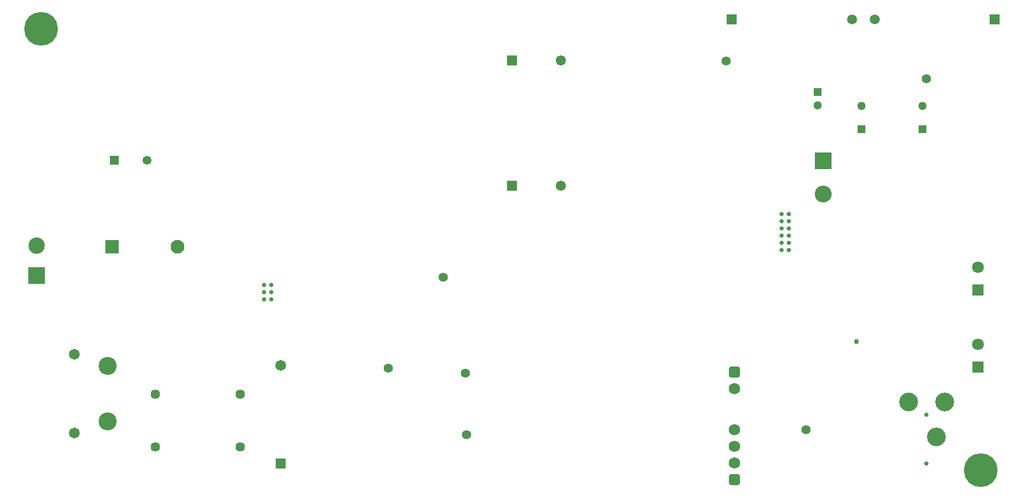
<source format=gbs>
G04*
G04 #@! TF.GenerationSoftware,Altium Limited,Altium Designer,25.5.2 (35)*
G04*
G04 Layer_Color=16711935*
%FSLAX44Y44*%
%MOMM*%
G71*
G04*
G04 #@! TF.SameCoordinates,5C3ED261-42B6-482D-99A8-9BAFA3442630*
G04*
G04*
G04 #@! TF.FilePolarity,Negative*
G04*
G01*
G75*
%ADD145C,0.7500*%
%ADD146C,1.3000*%
%ADD147R,1.3000X1.3000*%
%ADD148C,2.8540*%
%ADD149C,1.3000*%
%ADD150R,1.5500X1.5500*%
%ADD151C,1.7500*%
%ADD152C,1.5150*%
%ADD153R,2.5800X2.5800*%
G04:AMPARAMS|DCode=154|XSize=1.75mm|YSize=1.75mm|CornerRadius=0.475mm|HoleSize=0mm|Usage=FLASHONLY|Rotation=90.000|XOffset=0mm|YOffset=0mm|HoleType=Round|Shape=RoundedRectangle|*
%AMROUNDEDRECTD154*
21,1,1.7500,0.8000,0,0,90.0*
21,1,0.8000,1.7500,0,0,90.0*
1,1,0.9500,0.4000,0.4000*
1,1,0.9500,0.4000,-0.4000*
1,1,0.9500,-0.4000,-0.4000*
1,1,0.9500,-0.4000,0.4000*
%
%ADD154ROUNDEDRECTD154*%
%ADD155C,2.5800*%
%ADD156C,1.3500*%
%ADD157C,1.4500*%
%ADD158R,1.6500X1.6500*%
%ADD159R,1.5150X1.5150*%
%ADD160R,1.3500X1.3500*%
%ADD161R,1.3000X1.3000*%
%ADD162C,1.5500*%
%ADD163C,1.6500*%
%ADD164C,2.7450*%
%ADD165R,2.1000X2.1000*%
%ADD166C,2.1000*%
%ADD167C,2.5000*%
%ADD168R,2.5000X2.5000*%
%ADD169C,0.6500*%
%ADD170R,1.8000X1.8000*%
%ADD171C,1.8000*%
%ADD172C,5.1500*%
%ADD173C,1.4200*%
D145*
X1541780Y494030D02*
D03*
D146*
X1642110Y853160D02*
D03*
X1549400D02*
D03*
D147*
X1642110Y818160D02*
D03*
X1549400D02*
D03*
D148*
X1663460Y348340D02*
D03*
X1620960Y401340D02*
D03*
X1675960D02*
D03*
D149*
X1482090Y854710D02*
D03*
D150*
X1015330Y923290D02*
D03*
Y731520D02*
D03*
D151*
X1355090Y359410D02*
D03*
Y421640D02*
D03*
Y334010D02*
D03*
Y308610D02*
D03*
D152*
X1534380Y985520D02*
D03*
X1569500D02*
D03*
D153*
X1490980Y769620D02*
D03*
D154*
X1355090Y283210D02*
D03*
Y447040D02*
D03*
D155*
X1490980Y718820D02*
D03*
D156*
X458470Y770890D02*
D03*
D157*
X601170Y333200D02*
D03*
X471170D02*
D03*
Y413200D02*
D03*
X601170D02*
D03*
D158*
X662940Y307200D02*
D03*
D159*
X1351280Y985520D02*
D03*
X1752600D02*
D03*
D160*
X408470Y770890D02*
D03*
D161*
X1482090Y874710D02*
D03*
D162*
X1090330Y923290D02*
D03*
Y731520D02*
D03*
D163*
X662940Y457200D02*
D03*
X347980Y474330D02*
D03*
Y354330D02*
D03*
D164*
X398780Y371830D02*
D03*
Y456830D02*
D03*
D165*
X405460Y638810D02*
D03*
D166*
X505460D02*
D03*
D167*
X290270Y640080D02*
D03*
D168*
Y594080D02*
D03*
D169*
X1648460Y307340D02*
D03*
Y382340D02*
D03*
X636920Y569379D02*
D03*
X647920D02*
D03*
X636920Y580379D02*
D03*
X647920D02*
D03*
Y558379D02*
D03*
X636920D02*
D03*
X1438120Y655830D02*
D03*
Y688830D02*
D03*
Y666830D02*
D03*
Y677830D02*
D03*
Y633830D02*
D03*
X1427120Y644830D02*
D03*
X1438120D02*
D03*
X1427120Y633830D02*
D03*
Y677830D02*
D03*
Y666830D02*
D03*
Y688830D02*
D03*
Y655830D02*
D03*
D170*
X1727200Y572060D02*
D03*
Y454660D02*
D03*
D171*
Y607060D02*
D03*
Y489660D02*
D03*
D172*
X1731010Y297180D02*
D03*
X297180Y971550D02*
D03*
D173*
X1342390Y922020D02*
D03*
X1648460Y895350D02*
D03*
X1464310Y359410D02*
D03*
X910590Y591820D02*
D03*
X826770Y453390D02*
D03*
X946150Y351790D02*
D03*
X944880Y445770D02*
D03*
M02*

</source>
